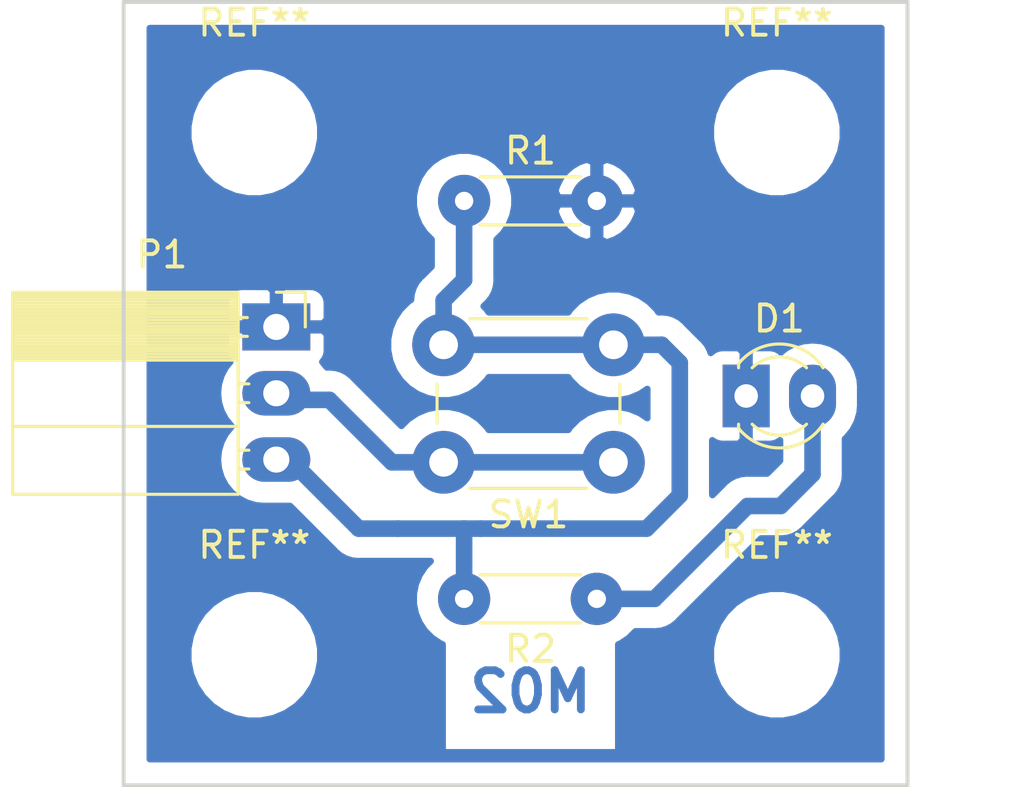
<source format=kicad_pcb>
(kicad_pcb (version 20241229) (generator "pcbnew") (generator_version "9.0")
  (layers (0 "F.Cu" signal) (2 "B.Cu" signal) (13 "F.Paste" user) (15 "B.Paste" user) (5 "F.SilkS" user) (7 "B.SilkS" user) (1 "F.Mask" user) (3 "B.Mask" user) (25 "Edge.Cuts" user))
  (net 0 "")
  (net 1 "GND")
  (net 2 "Net-(D1-Pad2)")
  (net 3 "Net-(P1-Pad2)")
  (net 4 "Net-(P1-Pad3)")
  (footprint "Mounting_Holes:MountingHole_3.2mm_M3" (layer "F.Cu") (at 51.914 36.138)
    (property "Reference" "REF**" (at 0 -4.2 0) (layer "F.SilkS"))
    (property "Value" "MountingHole_3.2mm_M3")
    (pad "" np_thru_hole circle (at 0 0) (size 3.2 3.2) (drill 3.2) (layers "*.Cu" "*.Mask"))
  )
  (footprint "Mounting_Holes:MountingHole_3.2mm_M3" (layer "F.Cu") (at 71.914 36.138)
    (property "Reference" "REF**" (at 0 -4.2 0) (layer "F.SilkS"))
    (property "Value" "MountingHole_3.2mm_M3")
    (pad "" np_thru_hole circle (at 0 0) (size 3.2 3.2) (drill 3.2) (layers "*.Cu" "*.Mask"))
  )
  (footprint "Mounting_Holes:MountingHole_3.2mm_M3" (layer "F.Cu") (at 71.914 56.138)
    (property "Reference" "REF**" (at 0 -4.2 0) (layer "F.SilkS"))
    (property "Value" "MountingHole_3.2mm_M3")
    (pad "" np_thru_hole circle (at 0 0) (size 3.2 3.2) (drill 3.2) (layers "*.Cu" "*.Mask"))
  )
  (footprint "Mounting_Holes:MountingHole_3.2mm_M3" (layer "F.Cu") (at 51.914 56.138)
    (property "Reference" "REF**" (at 0 -4.2 0) (layer "F.SilkS"))
    (property "Value" "MountingHole_3.2mm_M3")
    (pad "" np_thru_hole circle (at 0 0) (size 3.2 3.2) (drill 3.2) (layers "*.Cu" "*.Mask"))
  )
  (footprint "LED_THT:LED_D3.0mm" (layer "F.Cu") (at 70.739 46.228)
    (property "Reference" "D1" (at 1.27 -2.96 0) (layer "F.SilkS"))
    (property "Value" "LED")
    (fp_line (start -0.29 -1.236) (end -0.29 -1.08) (stroke (width 0.12)) (layer "F.SilkS"))
    (fp_line (start -0.29 1.08) (end -0.29 1.236) (stroke (width 0.12)) (layer "F.SilkS"))
    (fp_arc (start -0.29 -1.235516) (mid 1.366487 -1.987659) (end 2.942335 -1.078608) (stroke (width 0.12)) (layer "F.SilkS"))
    (fp_arc (start 0.229039 -1.08) (mid 1.270117 -1.5) (end 2.31113 -1.079837) (stroke (width 0.12)) (layer "F.SilkS"))
    (fp_arc (start 2.31113 1.079837) (mid 1.270117 1.5) (end 0.229039 1.08) (stroke (width 0.12)) (layer "F.SilkS"))
    (fp_arc (start 2.942335 1.078608) (mid 1.366487 1.987659) (end -0.29 1.235516) (stroke (width 0.12)) (layer "F.SilkS"))
    (pad "1" thru_hole rect (at 0 0) (size 1.8 2.4) (drill 0.9) (layers "*.Cu" "*.Mask") (net 1 "GND"))
    (pad "2" thru_hole oval (at 2.54 0) (size 1.8 2.4) (drill 0.9) (layers "*.Cu" "*.Mask") (net 2 "Net-(D1-Pad2)"))
  )
  (footprint "Resistor_THT:R_Axial_DIN0204_L3.6mm_D1.6mm_P5.08mm_Horizontal" (layer "F.Cu") (at 59.944 38.758)
    (property "Reference" "R1" (at 2.54 -1.92 0) (layer "F.SilkS"))
    (property "Value" "10K")
    (fp_line (start 0.62 -0.92) (end 4.46 -0.92) (stroke (width 0.12)) (layer "F.SilkS"))
    (fp_line (start 0.62 0.92) (end 4.46 0.92) (stroke (width 0.12)) (layer "F.SilkS"))
    (pad "1" thru_hole circle (at 0 0) (size 2 2) (drill 0.7) (layers "*.Cu" "*.Mask") (net 4 "Net-(P1-Pad3)"))
    (pad "2" thru_hole oval (at 5.08 0) (size 2 2) (drill 0.7) (layers "*.Cu" "*.Mask") (net 1 "GND"))
  )
  (footprint "Resistor_THT:R_Axial_DIN0204_L3.6mm_D1.6mm_P5.08mm_Horizontal" (layer "F.Cu") (at 65.024 53.998 180)
    (property "Reference" "R2" (at 2.54 -1.92 0) (layer "F.SilkS"))
    (property "Value" "470")
    (fp_line (start 0.62 0.92) (end 4.46 0.92) (stroke (width 0.12)) (layer "F.SilkS"))
    (fp_line (start 0.62 -0.92) (end 4.46 -0.92) (stroke (width 0.12)) (layer "F.SilkS"))
    (pad "1" thru_hole circle (at 0 0 180) (size 2 2) (drill 0.7) (layers "*.Cu" "*.Mask") (net 2 "Net-(D1-Pad2)"))
    (pad "2" thru_hole oval (at 5.08 0 180) (size 2 2) (drill 0.7) (layers "*.Cu" "*.Mask") (net 4 "Net-(P1-Pad3)"))
  )
  (footprint "Button_Switch_THT:SW_PUSH_6mm" (layer "F.Cu") (at 65.659 48.768 180)
    (property "Reference" "SW1" (at 3.25 -2 0) (layer "F.SilkS"))
    (property "Value" "SW_Push")
    (fp_line (start 6.75 3) (end 6.75 1.5) (stroke (width 0.12)) (layer "F.SilkS"))
    (fp_line (start 5.5 -1) (end 1 -1) (stroke (width 0.12)) (layer "F.SilkS"))
    (fp_line (start 1 5.5) (end 5.5 5.5) (stroke (width 0.12)) (layer "F.SilkS"))
    (fp_line (start -0.25 1.5) (end -0.25 3) (stroke (width 0.12)) (layer "F.SilkS"))
    (pad "1" thru_hole circle (at 0 0 270) (size 2.4 2.4) (drill 1.1) (layers "*.Cu" "*.Mask") (net 3 "Net-(P1-Pad2)"))
    (pad "1" thru_hole circle (at 6.5 0 270) (size 2.4 2.4) (drill 1.1) (layers "*.Cu" "*.Mask") (net 3 "Net-(P1-Pad2)"))
    (pad "2" thru_hole circle (at 0 4.5 270) (size 2.4 2.4) (drill 1.1) (layers "*.Cu" "*.Mask") (net 4 "Net-(P1-Pad3)"))
    (pad "2" thru_hole circle (at 6.5 4.5 270) (size 2.4 2.4) (drill 1.1) (layers "*.Cu" "*.Mask") (net 4 "Net-(P1-Pad3)"))
  )
  (footprint "Connector_PinSocket_2.54mm:PinSocket_1x03_P2.54mm_Horizontal" (layer "F.Cu") (at 52.756 43.584)
    (property "Reference" "P1" (at -4.38 -2.77 0) (layer "F.SilkS"))
    (property "Value" "Conn_01x03")
    (fp_line (start -10.09 -1.33) (end -10.09 6.41) (stroke (width 0.12)) (layer "F.SilkS"))
    (fp_line (start -10.09 -1.33) (end -1.46 -1.33) (stroke (width 0.12)) (layer "F.SilkS"))
    (fp_line (start -10.09 -1.21) (end -1.46 -1.21) (stroke (width 0.12)) (layer "F.SilkS"))
    (fp_line (start -10.09 -1.091905) (end -1.46 -1.091905) (stroke (width 0.12)) (layer "F.SilkS"))
    (fp_line (start -10.09 -0.97381) (end -1.46 -0.97381) (stroke (width 0.12)) (layer "F.SilkS"))
    (fp_line (start -10.09 -0.855715) (end -1.46 -0.855715) (stroke (width 0.12)) (layer "F.SilkS"))
    (fp_line (start -10.09 -0.73762) (end -1.46 -0.73762) (stroke (width 0.12)) (layer "F.SilkS"))
    (fp_line (start -10.09 -0.619525) (end -1.46 -0.619525) (stroke (width 0.12)) (layer "F.SilkS"))
    (fp_line (start -10.09 -0.50143) (end -1.46 -0.50143) (stroke (width 0.12)) (layer "F.SilkS"))
    (fp_line (start -10.09 -0.383335) (end -1.46 -0.383335) (stroke (width 0.12)) (layer "F.SilkS"))
    (fp_line (start -10.09 -0.26524) (end -1.46 -0.26524) (stroke (width 0.12)) (layer "F.SilkS"))
    (fp_line (start -10.09 -0.147145) (end -1.46 -0.147145) (stroke (width 0.12)) (layer "F.SilkS"))
    (fp_line (start -10.09 -0.02905) (end -1.46 -0.02905) (stroke (width 0.12)) (layer "F.SilkS"))
    (fp_line (start -10.09 0.089045) (end -1.46 0.089045) (stroke (width 0.12)) (layer "F.SilkS"))
    (fp_line (start -10.09 0.20714) (end -1.46 0.20714) (stroke (width 0.12)) (layer "F.SilkS"))
    (fp_line (start -10.09 0.325235) (end -1.46 0.325235) (stroke (width 0.12)) (layer "F.SilkS"))
    (fp_line (start -10.09 0.44333) (end -1.46 0.44333) (stroke (width 0.12)) (layer "F.SilkS"))
    (fp_line (start -10.09 0.561425) (end -1.46 0.561425) (stroke (width 0.12)) (layer "F.SilkS"))
    (fp_line (start -10.09 0.67952) (end -1.46 0.67952) (stroke (width 0.12)) (layer "F.SilkS"))
    (fp_line (start -10.09 0.797615) (end -1.46 0.797615) (stroke (width 0.12)) (layer "F.SilkS"))
    (fp_line (start -10.09 0.91571) (end -1.46 0.91571) (stroke (width 0.12)) (layer "F.SilkS"))
    (fp_line (start -10.09 1.033805) (end -1.46 1.033805) (stroke (width 0.12)) (layer "F.SilkS"))
    (fp_line (start -10.09 1.1519) (end -1.46 1.1519) (stroke (width 0.12)) (layer "F.SilkS"))
    (fp_line (start -10.09 1.27) (end -1.46 1.27) (stroke (width 0.12)) (layer "F.SilkS"))
    (fp_line (start -10.09 3.81) (end -1.46 3.81) (stroke (width 0.12)) (layer "F.SilkS"))
    (fp_line (start -10.09 6.41) (end -1.46 6.41) (stroke (width 0.12)) (layer "F.SilkS"))
    (fp_line (start -1.46 -1.33) (end -1.46 6.41) (stroke (width 0.12)) (layer "F.SilkS"))
    (fp_line (start -1.46 -0.36) (end -1.11 -0.36) (stroke (width 0.12)) (layer "F.SilkS"))
    (fp_line (start -1.46 0.36) (end -1.11 0.36) (stroke (width 0.12)) (layer "F.SilkS"))
    (fp_line (start -1.46 2.18) (end -1.05 2.18) (stroke (width 0.12)) (layer "F.SilkS"))
    (fp_line (start -1.46 2.9) (end -1.05 2.9) (stroke (width 0.12)) (layer "F.SilkS"))
    (fp_line (start -1.46 4.72) (end -1.05 4.72) (stroke (width 0.12)) (layer "F.SilkS"))
    (fp_line (start -1.46 5.44) (end -1.05 5.44) (stroke (width 0.12)) (layer "F.SilkS"))
    (fp_line (start 0 -1.33) (end 1.11 -1.33) (stroke (width 0.12)) (layer "F.SilkS"))
    (fp_line (start 1.11 -1.33) (end 1.11 0) (stroke (width 0.12)) (layer "F.SilkS"))
    (pad "1" thru_hole rect (at 0 0) (size 2.6 1.8) (drill 1) (layers "*.Cu" "*.Mask") (net 1 "GND"))
    (pad "2" thru_hole oval (at 0 2.54) (size 2.6 1.7) (drill 1) (layers "*.Cu" "*.Mask") (net 3 "Net-(P1-Pad2)"))
    (pad "3" thru_hole oval (at 0 5.08) (size 2.6 1.7) (drill 1) (layers "*.Cu" "*.Mask") (net 4 "Net-(P1-Pad3)"))
  )
  (gr_line (start 76.914 31.138) (end 76.914 61.138) (stroke (width 0.15)) (layer "Edge.Cuts"))
  (gr_line (start 46.914 31.138) (end 76.914 31.138) (stroke (width 0.15)) (layer "Edge.Cuts"))
  (gr_line (start 46.914 61.138) (end 46.914 31.138) (stroke (width 0.15)) (layer "Edge.Cuts"))
  (gr_line (start 76.914 61.138) (end 46.914 61.138) (stroke (width 0.15)) (layer "Edge.Cuts"))
  (gr_text "M02" (at 62.484 57.554 0) (layer "B.Cu") (effects (font (size 1.5 1.5) (thickness 0.3)) (justify mirror)))
  (segment (start 65.024 53.998) (end 67.234 53.998) (width 0.635) (layer "B.Cu") (net 2))
  (segment (start 72.06 50.442) (end 73.279 49.223) (width 0.635) (layer "B.Cu") (net 2))
  (segment (start 67.234 53.998) (end 70.79 50.442) (width 0.635) (layer "B.Cu") (net 2))
  (segment (start 73.279 49.223) (end 73.279 46.228) (width 0.635) (layer "B.Cu") (net 2))
  (segment (start 70.79 50.442) (end 72.06 50.442) (width 0.635) (layer "B.Cu") (net 2))
  (segment (start 53.01 46.378) (end 52.756 46.124) (width 0.635) (layer "B.Cu") (net 3))
  (segment (start 59.159 48.768) (end 65.659 48.768) (width 0.635) (layer "B.Cu") (net 3))
  (segment (start 54.788 46.378) (end 53.01 46.378) (width 0.635) (layer "B.Cu") (net 3))
  (segment (start 57.178 48.768) (end 54.788 46.378) (width 0.635) (layer "B.Cu") (net 3))
  (segment (start 59.159 48.768) (end 57.178 48.768) (width 0.635) (layer "B.Cu") (net 3))
  (segment (start 59.104 44.323) (end 59.159 44.268) (width 0.25) (layer "B.Cu") (net 4))
  (segment (start 59.159 42.568) (end 59.944 41.783) (width 0.635) (layer "B.Cu") (net 4))
  (segment (start 59.944 41.783) (end 59.944 39.243) (width 0.635) (layer "B.Cu") (net 4))
  (segment (start 67.509 44.268) (end 68.199 44.958) (width 0.635) (layer "B.Cu") (net 4))
  (segment (start 68.199 44.958) (end 68.199 50.038) (width 0.635) (layer "B.Cu") (net 4))
  (segment (start 68.199 50.038) (end 66.929 51.308) (width 0.635) (layer "B.Cu") (net 4))
  (segment (start 66.929 51.308) (end 60.579 51.308) (width 0.635) (layer "B.Cu") (net 4))
  (segment (start 65.659 44.268) (end 67.509 44.268) (width 0.635) (layer "B.Cu") (net 4))
  (segment (start 59.159 44.268) (end 65.659 44.268) (width 0.635) (layer "B.Cu") (net 4))
  (segment (start 55.908 51.308) (end 53.264 48.664) (width 0.635) (layer "B.Cu") (net 4))
  (segment (start 57.404 51.308) (end 59.944 51.308) (width 0.635) (layer "B.Cu") (net 4))
  (segment (start 59.944 51.308) (end 59.944 53.213) (width 0.635) (layer "B.Cu") (net 4))
  (segment (start 59.944 51.308) (end 60.579 51.308) (width 0.635) (layer "B.Cu") (net 4))
  (segment (start 53.264 48.664) (end 52.756 48.664) (width 0.635) (layer "B.Cu") (net 4))
  (segment (start 59.159 44.268) (end 59.159 42.568) (width 0.635) (layer "B.Cu") (net 4))
  (segment (start 57.404 51.308) (end 55.908 51.308) (width 0.635) (layer "B.Cu") (net 4))
  (zone (net 1) (net_name "GND") (layer "B.Cu") (connect_pads (clearance 0.8)) (min_thickness 0.254) (fill yes (thermal_gap 0.508) (thermal_bridge_width 0.508))
    (polygon (pts (xy 76.886 61.11) (xy 46.914 61.11) (xy 46.914 31.138) (xy 76.886 31.138)))
  )
)
</source>
